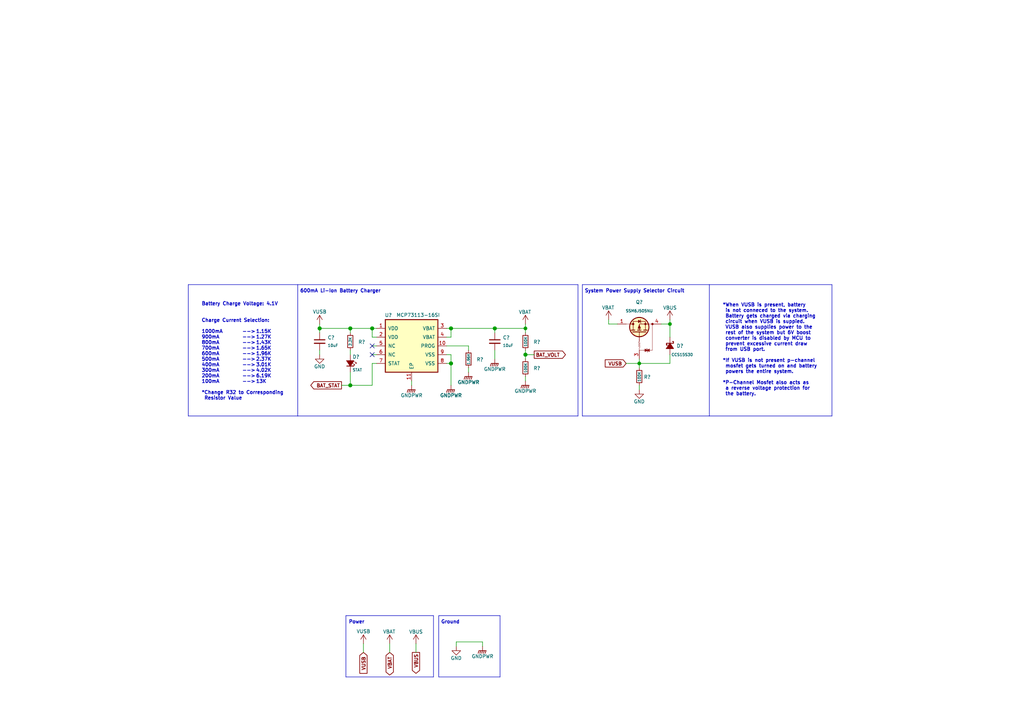
<source format=kicad_sch>
(kicad_sch (version 20201015) (generator eeschema)
  (paper "A4")
  (title_block (title "Battery Charging Circuit") (date "2020-10-20") (rev "1") (company "Drawn by: Hojadurdy Durdygylyjov") (comment 1 "Battery charging circuit with reverse voltage protection.") (comment 2 "CC Attribution-ShareAlike 4.0 International"))
  (lib_symbols
    (symbol "Device:C_Small" (pin_numbers hide) (pin_names (offset 0.254) hide)
      (property "Reference" "C" (at 0.254 1.778 0))
      (property "Value" "C_Small" (at 0.254 -2.032 0))
      (symbol "C_Small_0_1"
        (polyline (pts (xy -1.524 -0.508) (xy 1.524 -0.508)) (stroke (width 0.3302)))
        (polyline (pts (xy -1.524 0.508) (xy 1.524 0.508)) (stroke (width 0.3048)))
      )
      (symbol "C_Small_1_1"
        (pin passive line (at 0 2.54 270) (length 2.032) (name "~") (number "1"))
        (pin passive line (at 0 -2.54 90) (length 2.032) (name "~") (number "2"))
      )
    )
    (symbol "Device:D_Schottky_Small_Filled" (pin_numbers hide) (pin_names (offset 0.254) hide)
      (property "Reference" "D" (at -1.27 2.032 0))
      (property "Value" "D_Schottky_Small_Filled" (at -7.112 -2.032 0))
      (symbol "D_Schottky_Small_Filled_0_1"
        (polyline (pts (xy -0.762 0) (xy 0.762 0)))
        (polyline (pts (xy 0.762 -1.016) (xy -0.762 0) (xy 0.762 1.016) (xy 0.762 -1.016)) (stroke (width 0.254)) (fill (type outline)))
        (polyline (pts (xy -1.27 0.762) (xy -1.27 1.016) (xy -0.762 1.016) (xy -0.762 -1.016) (xy -0.254 -1.016) (xy -0.254 -0.762)) (stroke (width 0.254)))
      )
      (symbol "D_Schottky_Small_Filled_1_1"
        (pin passive line (at -2.54 0 0) (length 1.778) (name "K") (number "1"))
        (pin passive line (at 2.54 0 180) (length 1.778) (name "A") (number "2"))
      )
    )
    (symbol "Device:LED_Small_Filled" (pin_numbers hide) (pin_names (offset 0.254) hide)
      (property "Reference" "D" (at -1.27 3.175 0))
      (property "Value" "LED_Small_Filled" (at -4.445 -2.54 0))
      (symbol "LED_Small_Filled_0_1"
        (polyline (pts (xy -0.762 -1.016) (xy -0.762 1.016)) (stroke (width 0.254)))
        (polyline (pts (xy 1.016 0) (xy -0.762 0)))
        (polyline (pts (xy 0.762 -1.016) (xy -0.762 0) (xy 0.762 1.016) (xy 0.762 -1.016)) (stroke (width 0.254)) (fill (type outline)))
        (polyline (pts (xy 0 0.762) (xy -0.508 1.27) (xy -0.254 1.27) (xy -0.508 1.27) (xy -0.508 1.016)))
        (polyline (pts (xy 0.508 1.27) (xy 0 1.778) (xy 0.254 1.778) (xy 0 1.778) (xy 0 1.524)))
      )
      (symbol "LED_Small_Filled_1_1"
        (pin passive line (at -2.54 0 0) (length 1.778) (name "K") (number "1"))
        (pin passive line (at 2.54 0 180) (length 1.778) (name "A") (number "2"))
      )
    )
    (symbol "Device:R_Small" (pin_numbers hide) (pin_names (offset 0.254) hide)
      (property "Reference" "R" (at 0.762 0.508 0))
      (property "Value" "R_Small" (at 0.762 -1.016 0))
      (symbol "R_Small_0_1"
        (rectangle (start -0.762 1.778) (end 0.762 -1.778) (stroke (width 0.2032)))
      )
      (symbol "R_Small_1_1"
        (pin passive line (at 0 2.54 270) (length 0.762) (name "~") (number "1"))
        (pin passive line (at 0 -2.54 90) (length 0.762) (name "~") (number "2"))
      )
    )
    (symbol "HD_LibDB:MCP73113-16SI" (pin_names (offset 0.762))
      (property "Reference" "U" (at -7.62 8.89 0))
      (property "Value" "MCP73113-16SI" (at -3.81 8.89 0))
      (symbol "MCP73113-16SI_0_0"
        (pin power_in line (at -10.16 5.08 0) (length 2.54) (name "VDD") (number "1"))
        (pin power_in line (at -10.16 2.54 0) (length 2.54) (name "VDD") (number "2"))
        (pin power_out line (at 10.16 5.08 180) (length 2.54) (name "VBAT") (number "3"))
        (pin power_out line (at 10.16 2.54 180) (length 2.54) (name "VBAT") (number "4"))
        (pin passive line (at -10.16 0 0) (length 2.54) (name "NC") (number "5"))
        (pin passive line (at 0 -10.16 90) (length 2.54) (name "EP") (number "11"))
        (pin passive line (at 10.16 0 180) (length 2.54) (name "PROG") (number "10"))
        (pin power_in line (at 10.16 -2.54 180) (length 2.54) (name "VSS") (number "9"))
        (pin power_in line (at 10.16 -5.08 180) (length 2.54) (name "VSS") (number "8"))
        (pin passive line (at -10.16 -5.08 0) (length 2.54) (name "STAT") (number "7"))
        (pin passive line (at -10.16 -2.54 0) (length 2.54) (name "NC") (number "6"))
      )
      (symbol "MCP73113-16SI_0_1"
        (rectangle (start -7.62 7.62) (end 7.62 -7.62) (stroke (width 0.3)) (fill (type background)))
      )
    )
    (symbol "HD_LibDB:SSM6J505NU" (pin_names (offset 0.002) hide)
      (property "Reference" "Q" (at -6.35 5.08 0))
      (property "Value" "SSM6J505NU" (at 1.27 5.08 0))
      (symbol "SSM6J505NU_0_1"
        (circle (center 0 0.381) (radius 2.794) (stroke (width 0.3)) (fill (type background)))
        (circle (center 1.778 1.27) (radius 0.254) (fill (type outline)))
        (circle (center -1.778 1.27) (radius 0.254) (fill (type outline)))
        (circle (center 3.81 1.27) (radius 0.254) (fill (type outline)))
        (polyline (pts (xy 0 -1.016) (xy 0 -3.81)))
        (polyline (pts (xy -1.905 -1.016) (xy 1.905 -1.016)) (stroke (width 0.254)))
        (polyline (pts (xy 1.27 -0.508) (xy 2.286 -0.508)) (stroke (width 0.254)))
        (polyline (pts (xy -0.508 -0.508) (xy 0.508 -0.508)) (stroke (width 0.254)))
        (polyline (pts (xy -2.286 -0.508) (xy -1.27 -0.508)) (stroke (width 0.254)))
        (polyline (pts (xy -2.54 1.27) (xy -1.778 1.27)))
        (polyline (pts (xy 2.54 1.27) (xy 0 1.27) (xy 0 -0.508)))
        (polyline (pts (xy -1.778 -0.508) (xy -1.778 2.032) (xy 1.778 2.032) (xy 1.778 -0.508)))
        (polyline (pts (xy 0 1.016) (xy -0.381 0) (xy 0.381 0) (xy 0 1.016)) (fill (type outline)))
        (polyline (pts (xy 0.508 1.524) (xy 0.381 1.651) (xy 0.381 2.413) (xy 0.254 2.54)))
        (polyline (pts (xy 0.381 2.032) (xy -0.254 1.651) (xy -0.254 2.413) (xy 0.381 2.032)) (fill (type outline)))
        (polyline (pts (xy -3.81 1.27) (xy -2.286 1.27)) (stroke (width 0.0006)))
        (polyline (pts (xy 3.81 1.27) (xy 2.286 1.27)) (stroke (width 0.0006)))
        (polyline (pts (xy 0 -3.81) (xy -0.254 -4.064) (xy 0.254 -4.318) (xy -0.254 -4.572) (xy 0.254 -4.826) (xy -0.254 -5.08) (xy 0.254 -5.334) (xy 0 -5.588) (xy 0 -6.35) (xy 0 -6.35)) (stroke (width 0.0006)))
        (polyline (pts (xy 2.413 -6.858) (xy 2.286 -6.731) (xy 2.286 -5.969) (xy 2.159 -5.842)))
        (polyline (pts (xy 2.286 -6.35) (xy 1.651 -6.731) (xy 1.651 -5.969) (xy 2.286 -6.35)) (fill (type outline)))
        (polyline (pts (xy 3.81 1.27) (xy 3.81 -6.35) (xy 1.27 -6.35)) (stroke (width 0.0006)))
        (polyline (pts (xy 1.778 -6.35) (xy 0 -6.35)) (stroke (width 0.0006)))
        (polyline (pts (xy 2.286 -6.35) (xy 2.921 -5.969) (xy 2.921 -6.731) (xy 2.286 -6.35)) (fill (type outline)))
      )
      (symbol "SSM6J505NU_1_1"
        (pin input line (at 6.35 1.27 180) (length 2.54) hide (name "S") (number "8"))
        (pin input line (at 0 -8.89 90) (length 2.54) (name "G") (number "3"))
        (pin input line (at -6.35 1.27 0) (length 2.54) hide (name "D") (number "2"))
        (pin input line (at -6.35 1.27 0) (length 2.54) hide (name "D") (number "6"))
        (pin input line (at -6.35 1.27 0) (length 2.54) (name "D") (number "1"))
        (pin input line (at -6.35 1.27 0) (length 2.54) hide (name "D") (number "5"))
        (pin input line (at -6.35 1.27 0) (length 2.54) hide (name "D") (number "7"))
        (pin input line (at 6.35 1.27 180) (length 2.54) (name "S") (number "4"))
      )
    )
    (symbol "HD_LibSym:VBAT" (power) (pin_names (offset 0))
      (property "Value" "VBAT" (at 0 3.556 0))
      (symbol "VBAT_0_1"
        (polyline (pts (xy -0.762 1.27) (xy 0 2.54)))
        (polyline (pts (xy 0 0) (xy 0 2.54)))
        (polyline (pts (xy 0 2.54) (xy 0.762 1.27)))
      )
      (symbol "VBAT_1_1"
        (pin power_in line (at 0 0 90) (length 0) hide (name "VBAT") (number "1"))
      )
    )
    (symbol "HD_LibSym:VBAT_1" (power) (pin_names (offset 0))
      (property "Value" "VBAT" (at 0 3.556 0))
      (symbol "VBAT_1_0_1"
        (polyline (pts (xy -0.762 1.27) (xy 0 2.54)))
        (polyline (pts (xy 0 0) (xy 0 2.54)))
        (polyline (pts (xy 0 2.54) (xy 0.762 1.27)))
      )
      (symbol "VBAT_1_1_1"
        (pin power_in line (at 0 0 90) (length 0) hide (name "VBAT") (number "1"))
      )
    )
    (symbol "HD_LibSym:VUSB" (power) (pin_names (offset 0))
      (property "Value" "VUSB" (at 0 3.81 0))
      (symbol "VUSB_0_1"
        (polyline (pts (xy -0.762 1.27) (xy 0 2.54)))
        (polyline (pts (xy 0 0) (xy 0 2.54)))
        (polyline (pts (xy 0 2.54) (xy 0.762 1.27)))
      )
      (symbol "VUSB_1_1"
        (pin power_in line (at 0 0 90) (length 0) hide (name "VUSB") (number "1"))
      )
    )
    (symbol "power:GND" (power) (pin_names (offset 0))
      (property "Value" "GND" (at 0 -3.81 0))
      (symbol "GND_0_1"
        (polyline (pts (xy 0 0) (xy 0 -1.27) (xy 1.27 -1.27) (xy 0 -2.54) (xy -1.27 -1.27) (xy 0 -1.27)))
      )
      (symbol "GND_1_1"
        (pin power_in line (at 0 0 270) (length 0) hide (name "GND") (number "1"))
      )
    )
    (symbol "power:GNDPWR" (power) (pin_names (offset 0))
      (property "Value" "GNDPWR" (at 0 -3.302 0))
      (symbol "GNDPWR_0_1"
        (polyline (pts (xy 0 -1.27) (xy 0 0)))
        (polyline (pts (xy -1.016 -1.27) (xy -1.27 -2.032) (xy -1.27 -2.032)) (stroke (width 0.2032)))
        (polyline (pts (xy -0.508 -1.27) (xy -0.762 -2.032) (xy -0.762 -2.032)) (stroke (width 0.2032)))
        (polyline (pts (xy 0 -1.27) (xy -0.254 -2.032) (xy -0.254 -2.032)) (stroke (width 0.2032)))
        (polyline (pts (xy 0.508 -1.27) (xy 0.254 -2.032) (xy 0.254 -2.032)) (stroke (width 0.2032)))
        (polyline (pts (xy 1.016 -1.27) (xy -1.016 -1.27) (xy -1.016 -1.27)) (stroke (width 0.2032)))
        (polyline (pts (xy 1.016 -1.27) (xy 0.762 -2.032) (xy 0.762 -2.032) (xy 0.762 -2.032)) (stroke (width 0.2032)))
      )
      (symbol "GNDPWR_1_1"
        (pin power_in line (at 0 0 270) (length 0) hide (name "GNDPWR") (number "1"))
      )
    )
    (symbol "power:VBUS" (power) (pin_names (offset 0))
      (property "Value" "VBUS" (at 0 3.81 0))
      (symbol "VBUS_0_1"
        (polyline (pts (xy -0.762 1.27) (xy 0 2.54)))
        (polyline (pts (xy 0 0) (xy 0 2.54)))
        (polyline (pts (xy 0 2.54) (xy 0.762 1.27)))
      )
      (symbol "VBUS_1_1"
        (pin power_in line (at 0 0 90) (length 0) hide (name "VBUS") (number "1"))
      )
    )
  )
  (junction (at 92.71 95.25) (diameter 1.016))
  (junction (at 101.6 95.25) (diameter 1.016))
  (junction (at 101.6 111.76) (diameter 1.016))
  (junction (at 107.95 95.25) (diameter 1.016))
  (junction (at 130.81 95.25) (diameter 1.016))
  (junction (at 130.81 105.41) (diameter 1.016))
  (junction (at 143.51 95.25) (diameter 1.016))
  (junction (at 152.4 95.25) (diameter 0.9144))
  (junction (at 152.4 102.87) (diameter 1.016))
  (junction (at 185.42 105.41) (diameter 0.9144))
  (junction (at 194.31 93.98) (diameter 0.9144))
  (no_connect (at 107.95 102.87))
  (no_connect (at 107.95 100.33))
  (wire (pts (xy 92.71 95.25) (xy 92.71 93.98)))
  (wire (pts (xy 92.71 95.25) (xy 92.71 96.52)))
  (wire (pts (xy 92.71 95.25) (xy 101.6 95.25)))
  (wire (pts (xy 92.71 101.6) (xy 92.71 102.87)))
  (wire (pts (xy 99.06 111.76) (xy 101.6 111.76)))
  (wire (pts (xy 101.6 95.25) (xy 101.6 96.52)))
  (wire (pts (xy 101.6 101.6) (xy 101.6 102.87)))
  (wire (pts (xy 101.6 107.95) (xy 101.6 111.76)))
  (wire (pts (xy 101.6 111.76) (xy 107.95 111.76)))
  (wire (pts (xy 105.41 186.69) (xy 105.41 189.23)))
  (wire (pts (xy 107.95 95.25) (xy 101.6 95.25)))
  (wire (pts (xy 107.95 95.25) (xy 109.22 95.25)))
  (wire (pts (xy 107.95 97.79) (xy 107.95 95.25)))
  (wire (pts (xy 107.95 100.33) (xy 109.22 100.33)))
  (wire (pts (xy 107.95 102.87) (xy 109.22 102.87)))
  (wire (pts (xy 107.95 105.41) (xy 109.22 105.41)))
  (wire (pts (xy 107.95 111.76) (xy 107.95 105.41)))
  (wire (pts (xy 109.22 97.79) (xy 107.95 97.79)))
  (wire (pts (xy 113.03 186.69) (xy 113.03 189.23)))
  (wire (pts (xy 119.38 110.49) (xy 119.38 111.76)))
  (wire (pts (xy 120.65 186.69) (xy 120.65 189.23)))
  (wire (pts (xy 129.54 95.25) (xy 130.81 95.25)))
  (wire (pts (xy 129.54 97.79) (xy 130.81 97.79)))
  (wire (pts (xy 129.54 100.33) (xy 135.89 100.33)))
  (wire (pts (xy 129.54 102.87) (xy 130.81 102.87)))
  (wire (pts (xy 129.54 105.41) (xy 130.81 105.41)))
  (wire (pts (xy 130.81 95.25) (xy 143.51 95.25)))
  (wire (pts (xy 130.81 97.79) (xy 130.81 95.25)))
  (wire (pts (xy 130.81 102.87) (xy 130.81 105.41)))
  (wire (pts (xy 130.81 105.41) (xy 130.81 111.76)))
  (wire (pts (xy 132.334 186.182) (xy 132.334 187.452)))
  (wire (pts (xy 135.89 101.6) (xy 135.89 100.33)))
  (wire (pts (xy 135.89 106.68) (xy 135.89 107.95)))
  (wire (pts (xy 139.954 186.182) (xy 132.334 186.182)))
  (wire (pts (xy 139.954 187.452) (xy 139.954 186.182)))
  (wire (pts (xy 143.51 95.25) (xy 143.51 96.52)))
  (wire (pts (xy 143.51 95.25) (xy 152.4 95.25)))
  (wire (pts (xy 143.51 101.6) (xy 143.51 104.14)))
  (wire (pts (xy 152.4 93.98) (xy 152.4 95.25)))
  (wire (pts (xy 152.4 95.25) (xy 152.4 96.52)))
  (wire (pts (xy 152.4 101.6) (xy 152.4 102.87)))
  (wire (pts (xy 152.4 102.87) (xy 152.4 104.14)))
  (wire (pts (xy 152.4 102.87) (xy 154.94 102.87)))
  (wire (pts (xy 152.4 109.22) (xy 152.4 110.49)))
  (wire (pts (xy 176.53 92.71) (xy 176.53 93.98)))
  (wire (pts (xy 176.53 93.98) (xy 179.07 93.98)))
  (wire (pts (xy 181.61 105.41) (xy 185.42 105.41)))
  (wire (pts (xy 185.42 104.14) (xy 185.42 105.41)))
  (wire (pts (xy 185.42 105.41) (xy 185.42 106.68)))
  (wire (pts (xy 185.42 105.41) (xy 194.31 105.41)))
  (wire (pts (xy 185.42 111.76) (xy 185.42 113.03)))
  (wire (pts (xy 194.31 92.71) (xy 194.31 93.98)))
  (wire (pts (xy 194.31 93.98) (xy 191.77 93.98)))
  (wire (pts (xy 194.31 93.98) (xy 194.31 97.79)))
  (wire (pts (xy 194.31 102.87) (xy 194.31 105.41)))
  (polyline (pts (xy 54.61 82.55) (xy 54.61 120.65)) (stroke (width 0.152) (type solid)))
  (polyline (pts (xy 54.61 120.65) (xy 86.36 120.65)) (stroke (width 0.152) (type solid)))
  (polyline (pts (xy 86.36 82.55) (xy 54.61 82.55)) (stroke (width 0.152) (type solid)))
  (polyline (pts (xy 86.36 82.55) (xy 86.36 120.65)) (stroke (width 0.152) (type solid)))
  (polyline (pts (xy 86.36 82.55) (xy 167.64 82.55)) (stroke (width 0.152) (type solid)))
  (polyline (pts (xy 100.33 178.562) (xy 100.33 196.342)) (stroke (width 0.152) (type solid)))
  (polyline (pts (xy 100.33 196.342) (xy 125.73 196.342)) (stroke (width 0.152) (type solid)))
  (polyline (pts (xy 125.73 178.562) (xy 100.33 178.562)) (stroke (width 0.152) (type solid)))
  (polyline (pts (xy 125.73 178.562) (xy 125.73 196.342)) (stroke (width 0.152) (type solid)))
  (polyline (pts (xy 127.254 178.562) (xy 127.254 196.342)) (stroke (width 0.152) (type solid)))
  (polyline (pts (xy 127.254 196.342) (xy 145.034 196.342)) (stroke (width 0.152) (type solid)))
  (polyline (pts (xy 145.034 178.562) (xy 127.254 178.562)) (stroke (width 0.152) (type solid)))
  (polyline (pts (xy 145.034 178.562) (xy 145.034 196.342)) (stroke (width 0.152) (type solid)))
  (polyline (pts (xy 167.64 82.55) (xy 167.64 120.65)) (stroke (width 0.152) (type solid)))
  (polyline (pts (xy 167.64 120.65) (xy 86.36 120.65)) (stroke (width 0.152) (type solid)))
  (polyline (pts (xy 168.91 82.55) (xy 168.91 120.65)) (stroke (width 0.152) (type solid)))
  (polyline (pts (xy 205.74 82.55) (xy 168.91 82.55)) (stroke (width 0.152) (type solid)))
  (polyline (pts (xy 205.74 82.55) (xy 205.74 120.65)) (stroke (width 0.152) (type solid)))
  (polyline (pts (xy 205.74 82.55) (xy 241.3 82.55)) (stroke (width 0.152) (type solid)))
  (polyline (pts (xy 205.74 120.65) (xy 168.91 120.65)) (stroke (width 0.152) (type solid)))
  (polyline (pts (xy 241.3 82.55) (xy 241.3 120.65)) (stroke (width 0.152) (type solid)))
  (polyline (pts (xy 241.3 120.65) (xy 205.74 120.65)) (stroke (width 0.152) (type solid)))
  (text "Battery Charge Voltage: 4.1V\n\n\nCharge Current Selection:\n\n1000mA		-->	1.15K\n900mA		-->	1.27K\n800mA		-->	1.43K\n700mA		-->	1.65K\n600mA		-->	1.96K\n500mA		-->	2.37K\n400mA		-->	3.01K\n300mA		-->	4.02K\n200mA		-->	6.19K\n100mA		-->	13K\n\n*Change R32 to Corresponding\n Resistor Value" (at 58.42 116.205 0) (effects (font (size 1 1) (thickness 0.2) bold) (justify left bottom)))
  (text "600mA Li-Ion Battery Charger" (at 86.995 85.09 0) (effects (font (size 1 1) (thickness 0.2) bold) (justify left bottom)))
  (text "Power" (at 101.092 181.102 0) (effects (font (size 1 1) (thickness 0.2) bold) (justify left bottom)))
  (text "Ground" (at 127.889 181.102 0) (effects (font (size 1 1) (thickness 0.2) bold) (justify left bottom)))
  (text "System Power Supply Selector Circuit" (at 169.545 85.09 0) (effects (font (size 1 1) (thickness 0.2) bold) (justify left bottom)))
  (text "*When VUSB is present, battery\n is not conneced to the system.\n Battery gets charged via charging\n circuit when VUSB is suppied.\n VUSB also supplies power to the \n rest of the system but 6V boost\n converter is disabled by MCU to\n prevent excessive current draw\n from USB port.\n\n*If VUSB is not present p-channel\n mosfet gets turned on and battery\n powers the entire system.\n\n*P-Channel Mosfet also acts as \n a reverse voltage protection for\n the battery." (at 209.55 114.935 0) (effects (font (size 1 1) (thickness 0.2) bold) (justify left bottom)))
  (global_label "BAT_STAT" (shape output) (at 99.06 111.76 180) (property "Intersheet References" "${INTERSHEET_REFS}" (effects hide)) (effects (font (size 1 1) (thickness 0.2) bold)))
  (global_label "VUSB" (shape input) (at 105.41 189.23 270) (property "Intersheet References" "${INTERSHEET_REFS}" (effects hide)) (effects (font (size 1 1) (thickness 0.2) bold)))
  (global_label "VBAT" (shape bidirectional) (at 113.03 189.23 270) (property "Intersheet References" "${INTERSHEET_REFS}" (effects hide)) (effects (font (size 1 1) (thickness 0.2) bold)))
  (global_label "VBUS" (shape output) (at 120.65 189.23 270) (property "Intersheet References" "${INTERSHEET_REFS}" (effects hide)) (effects (font (size 1 1) (thickness 0.2) bold)))
  (global_label "BAT_VOLT" (shape output) (at 154.94 102.87 0) (property "Intersheet References" "${INTERSHEET_REFS}" (effects hide)) (effects (font (size 1 1) (thickness 0.2) bold)))
  (global_label "VUSB" (shape input) (at 181.61 105.41 180) (property "Intersheet References" "${INTERSHEET_REFS}" (effects hide)) (effects (font (size 1 1) (thickness 0.2) bold)))
  (symbol (lib_id "HD_LibSym:VUSB") (at 92.71 93.98 0) (unit 1)
    (property "Reference" "#PWR?" (effects hide))
    (property "Value" "VUSB" (at 92.71 90.424 0) (effects (font (size 1 1))))
  )
  (symbol (lib_id "HD_LibSym:VUSB") (at 105.41 186.69 0) (unit 1)
    (property "Reference" "#PWR?" (effects hide))
    (property "Value" "VUSB" (at 105.41 183.134 0) (effects (font (size 1 1))))
  )
  (symbol (lib_name "HD_LibSym:VBAT_1") (lib_id "HD_LibSym:VBAT") (at 113.03 186.69 0) (unit 1)
    (property "Reference" "#PWR?" (effects hide))
    (property "Value" "VBAT" (at 112.8903 183.2179 0) (effects (font (size 1 1))))
  )
  (symbol (lib_id "power:VBUS") (at 120.65 186.69 0) (unit 1)
    (property "Reference" "#PWR?" (effects hide))
    (property "Value" "VBUS" (at 120.637 183.255 0) (effects (font (size 1 1))))
  )
  (symbol (lib_name "HD_LibSym:VBAT_1") (lib_id "HD_LibSym:VBAT") (at 152.4 93.98 0) (unit 1)
    (property "Reference" "#PWR?" (effects hide))
    (property "Value" "VBAT" (at 152.2603 90.5079 0) (effects (font (size 1 1))))
  )
  (symbol (lib_id "HD_LibSym:VBAT") (at 176.53 92.71 0) (unit 1)
    (property "Reference" "#PWR?" (effects hide))
    (property "Value" "VBAT" (at 176.3903 89.2379 0) (effects (font (size 1 1))))
  )
  (symbol (lib_id "power:VBUS") (at 194.31 92.71 0) (unit 1)
    (property "Reference" "#PWR?" (effects hide))
    (property "Value" "VBUS" (at 194.297 89.275 0) (effects (font (size 1 1))))
  )
  (symbol (lib_id "power:GNDPWR") (at 119.38 111.76 0) (unit 1)
    (property "Reference" "#PWR?" (effects hide))
    (property "Value" "GNDPWR" (at 119.38 114.681 0) (effects (font (size 1 1))))
  )
  (symbol (lib_id "power:GNDPWR") (at 130.81 111.76 0) (unit 1)
    (property "Reference" "#PWR?" (effects hide))
    (property "Value" "GNDPWR" (at 130.81 114.681 0) (effects (font (size 1 1))))
  )
  (symbol (lib_id "power:GNDPWR") (at 135.89 107.95 0) (unit 1)
    (property "Reference" "#PWR?" (effects hide))
    (property "Value" "GNDPWR" (at 135.89 110.871 0) (effects (font (size 1 1))))
  )
  (symbol (lib_id "power:GNDPWR") (at 139.954 187.452 0) (unit 1)
    (property "Reference" "#PWR?" (effects hide))
    (property "Value" "GNDPWR" (at 139.954 190.373 0) (effects (font (size 1 1))))
  )
  (symbol (lib_id "power:GNDPWR") (at 143.51 104.14 0) (unit 1)
    (property "Reference" "#PWR?" (effects hide))
    (property "Value" "GNDPWR" (at 143.51 107.061 0) (effects (font (size 1 1))))
  )
  (symbol (lib_id "power:GNDPWR") (at 152.4 110.49 0) (unit 1)
    (property "Reference" "#PWR?" (effects hide))
    (property "Value" "GNDPWR" (at 152.4 113.411 0) (effects (font (size 1 1))))
  )
  (symbol (lib_id "power:GND") (at 92.71 102.87 0) (unit 1)
    (property "Reference" "#PWR?" (effects hide))
    (property "Value" "GND" (at 92.697 106.305 0) (effects (font (size 1 1))))
  )
  (symbol (lib_id "power:GND") (at 132.334 187.452 0) (unit 1)
    (property "Reference" "#PWR?" (effects hide))
    (property "Value" "GND" (at 132.321 190.887 0) (effects (font (size 1 1))))
  )
  (symbol (lib_id "power:GND") (at 185.42 113.03 0) (unit 1)
    (property "Reference" "#PWR?" (effects hide))
    (property "Value" "GND" (at 185.407 116.465 0) (effects (font (size 1 1))))
  )
  (symbol (lib_id "Device:R_Small") (at 101.6 99.06 180) (unit 1)
    (property "Reference" "R?" (at 105.943 99.193 0) (effects (font (size 1 1)) (justify left)))
    (property "Value" "2.2K" (at 101.625 97.708 90) (effects (font (size 0.75 0.75)) (justify left)))
    (property "Footprint" "Resistor_SMD:R_0201_0603Metric" (effects hide))
    (property "Tolerance" "1%" (effects hide))
  )
  (symbol (lib_id "Device:R_Small") (at 135.89 104.14 180) (unit 1)
    (property "Reference" "R?" (at 140.233 104.273 0) (effects (font (size 1 1)) (justify left)))
    (property "Value" "1.96K" (at 135.915 102.458 90) (effects (font (size 0.75 0.75)) (justify left)))
    (property "Footprint" "Resistor_SMD:R_0201_0603Metric" (effects hide))
    (property "Tolerance" "1%" (effects hide))
  )
  (symbol (lib_id "Device:R_Small") (at 152.4 99.06 180) (unit 1)
    (property "Reference" "R?" (at 156.743 99.193 0) (effects (font (size 1 1)) (justify left)))
    (property "Value" "100K" (at 152.4758 97.581 90) (effects (font (size 0.75 0.75)) (justify left)))
    (property "Footprint" "Resistor_SMD:R_0201_0603Metric" (effects hide))
    (property "Tolerance" "1%" (effects hide))
  )
  (symbol (lib_id "Device:R_Small") (at 152.4 106.68 180) (unit 1)
    (property "Reference" "R?" (at 156.743 106.813 0) (effects (font (size 1 1)) (justify left)))
    (property "Value" "100K" (at 152.4758 105.201 90) (effects (font (size 0.75 0.75)) (justify left)))
    (property "Footprint" "Resistor_SMD:R_0201_0603Metric" (effects hide))
    (property "Tolerance" "1%" (effects hide))
  )
  (symbol (lib_id "Device:R_Small") (at 185.42 109.22 180) (unit 1)
    (property "Reference" "R?" (at 188.747 109.353 0) (effects (font (size 1 1)) (justify left)))
    (property "Value" "100K" (at 185.445 107.741 90) (effects (font (size 0.75 0.75)) (justify left)))
    (property "Footprint" "Resistor_SMD:R_0201_0603Metric" (effects hide))
  )
  (symbol (lib_id "Device:D_Schottky_Small_Filled") (at 194.31 100.33 270) (unit 1)
    (property "Reference" "D?" (at 197.231 100.33 90) (effects (font (size 1 1))))
    (property "Value" "CCS15S30" (at 197.866 102.87 90) (effects (font (size 0.8 0.8))))
    (property "Footprint" "HD_ModDB:CST2C" (effects hide))
  )
  (symbol (lib_id "Device:LED_Small_Filled") (at 101.6 105.41 270) (mirror x) (unit 1)
    (property "Reference" "D?" (at 102.235 103.505 90) (effects (font (size 1 1)) (justify left)))
    (property "Value" "STAT" (at 102.235 107.315 90) (effects (font (size 0.8 0.8)) (justify left)))
    (property "Footprint" "LED_SMD:LED_0402_1005Metric" (effects hide))
  )
  (symbol (lib_id "Device:C_Small") (at 92.71 99.06 0) (unit 1)
    (property "Reference" "C?" (at 95.034 97.911 0) (effects (font (size 1 1)) (justify left)))
    (property "Value" "10uF" (at 95.034 100.209 0) (effects (font (size 0.8 0.8)) (justify left)))
    (property "Footprint" "Capacitor_SMD:C_0603_1608Metric" (effects hide))
    (property "Voltage" "10V" (effects hide))
  )
  (symbol (lib_id "Device:C_Small") (at 143.51 99.06 0) (unit 1)
    (property "Reference" "C?" (at 145.834 97.911 0) (effects (font (size 1 1)) (justify left)))
    (property "Value" "10uF" (at 145.834 100.209 0) (effects (font (size 0.8 0.8)) (justify left)))
    (property "Footprint" "Capacitor_SMD:C_0603_1608Metric" (effects hide))
    (property "Voltage" "10V" (effects hide))
  )
  (symbol (lib_id "HD_LibDB:SSM6J505NU") (at 185.42 95.25 0) (unit 1)
    (property "Reference" "Q?" (at 185.42 87.63 0) (effects (font (size 1 1))))
    (property "Value" "SSM6J505NU" (at 185.42 90.17 0) (effects (font (size 0.8 0.8))))
    (property "Footprint" "HD_ModDB:UDFN2020-6" (effects hide))
  )
  (symbol (lib_id "HD_LibDB:MCP73113-16SI") (at 119.38 100.33 0) (unit 1)
    (property "Reference" "U?" (at 112.649 91.415 0) (effects (font (size 1 1))))
    (property "Value" "MCP73113-16SI" (at 121.285 91.374 0) (effects (font (size 1 1))))
    (property "Footprint" "HD_ModDB:DFN-10-1EP_3x3mm_P0.5mm_EP1.55x2.48mm" (effects hide))
    (property "Datasheet" "http://ww1.microchip.com/downloads/en/DeviceDoc/20002183E.pdf" (effects hide))
    (property "Description" "Single cell 6.5 OVP battery Charger" (effects hide))
    (property "Height" "1" (effects hide))
    (property "Manufacturer_Name" "Microchip" (effects hide))
    (property "Manufacturer_Part_Number" "MCP73113-16SI/MF" (effects hide))
    (property "Arrow Part Number" "MCP73113-16SI/MF" (effects hide))
    (property "Arrow Price/Stock" "https://www.arrow.com/en/products/mcp73113-16simf/microchip-technology" (effects hide))
    (property "Mouser Part Number" "579-MCP73113-16SI/MF" (effects hide))
    (property "Mouser Price/Stock" "https://www.mouser.co.uk/ProductDetail/Microchip-Technology/MCP73113-16SI-MF?qs=E6wAi2XWqcOPfjtQRKPDYw%3D%3D" (effects hide))
  )
)
</source>
